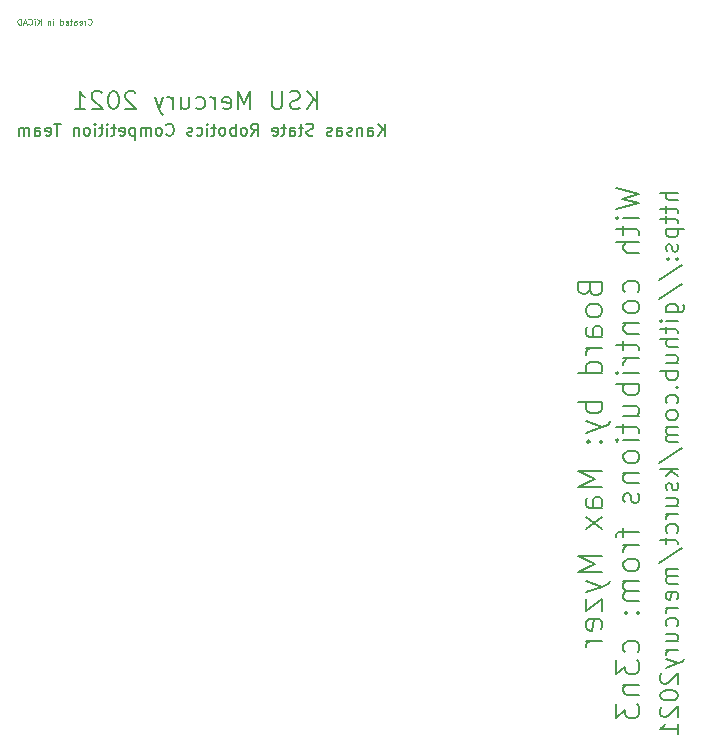
<source format=gbr>
%TF.GenerationSoftware,KiCad,Pcbnew,5.1.5+dfsg1-2build2*%
%TF.CreationDate,2021-04-16T14:35:20-05:00*%
%TF.ProjectId,Mercury 2021,4d657263-7572-4792-9032-3032312e6b69,rev?*%
%TF.SameCoordinates,Original*%
%TF.FileFunction,Legend,Bot*%
%TF.FilePolarity,Positive*%
%FSLAX46Y46*%
G04 Gerber Fmt 4.6, Leading zero omitted, Abs format (unit mm)*
G04 Created by KiCad (PCBNEW 5.1.5+dfsg1-2build2) date 2021-04-16 14:35:20*
%MOMM*%
%LPD*%
G04 APERTURE LIST*
%ADD10C,0.125000*%
%ADD11C,0.150000*%
G04 APERTURE END LIST*
D10*
X57417933Y-45390571D02*
X57441742Y-45414380D01*
X57513171Y-45438190D01*
X57560790Y-45438190D01*
X57632219Y-45414380D01*
X57679838Y-45366761D01*
X57703647Y-45319142D01*
X57727457Y-45223904D01*
X57727457Y-45152476D01*
X57703647Y-45057238D01*
X57679838Y-45009619D01*
X57632219Y-44962000D01*
X57560790Y-44938190D01*
X57513171Y-44938190D01*
X57441742Y-44962000D01*
X57417933Y-44985809D01*
X57203647Y-45438190D02*
X57203647Y-45104857D01*
X57203647Y-45200095D02*
X57179838Y-45152476D01*
X57156028Y-45128666D01*
X57108409Y-45104857D01*
X57060790Y-45104857D01*
X56703647Y-45414380D02*
X56751266Y-45438190D01*
X56846504Y-45438190D01*
X56894123Y-45414380D01*
X56917933Y-45366761D01*
X56917933Y-45176285D01*
X56894123Y-45128666D01*
X56846504Y-45104857D01*
X56751266Y-45104857D01*
X56703647Y-45128666D01*
X56679838Y-45176285D01*
X56679838Y-45223904D01*
X56917933Y-45271523D01*
X56251266Y-45438190D02*
X56251266Y-45176285D01*
X56275076Y-45128666D01*
X56322695Y-45104857D01*
X56417933Y-45104857D01*
X56465552Y-45128666D01*
X56251266Y-45414380D02*
X56298885Y-45438190D01*
X56417933Y-45438190D01*
X56465552Y-45414380D01*
X56489361Y-45366761D01*
X56489361Y-45319142D01*
X56465552Y-45271523D01*
X56417933Y-45247714D01*
X56298885Y-45247714D01*
X56251266Y-45223904D01*
X56084600Y-45104857D02*
X55894123Y-45104857D01*
X56013171Y-44938190D02*
X56013171Y-45366761D01*
X55989361Y-45414380D01*
X55941742Y-45438190D01*
X55894123Y-45438190D01*
X55536980Y-45414380D02*
X55584600Y-45438190D01*
X55679838Y-45438190D01*
X55727457Y-45414380D01*
X55751266Y-45366761D01*
X55751266Y-45176285D01*
X55727457Y-45128666D01*
X55679838Y-45104857D01*
X55584600Y-45104857D01*
X55536980Y-45128666D01*
X55513171Y-45176285D01*
X55513171Y-45223904D01*
X55751266Y-45271523D01*
X55084600Y-45438190D02*
X55084600Y-44938190D01*
X55084600Y-45414380D02*
X55132219Y-45438190D01*
X55227457Y-45438190D01*
X55275076Y-45414380D01*
X55298885Y-45390571D01*
X55322695Y-45342952D01*
X55322695Y-45200095D01*
X55298885Y-45152476D01*
X55275076Y-45128666D01*
X55227457Y-45104857D01*
X55132219Y-45104857D01*
X55084600Y-45128666D01*
X54465552Y-45438190D02*
X54465552Y-45104857D01*
X54465552Y-44938190D02*
X54489361Y-44962000D01*
X54465552Y-44985809D01*
X54441742Y-44962000D01*
X54465552Y-44938190D01*
X54465552Y-44985809D01*
X54227457Y-45104857D02*
X54227457Y-45438190D01*
X54227457Y-45152476D02*
X54203647Y-45128666D01*
X54156028Y-45104857D01*
X54084600Y-45104857D01*
X54036980Y-45128666D01*
X54013171Y-45176285D01*
X54013171Y-45438190D01*
X53394123Y-45438190D02*
X53394123Y-44938190D01*
X53108409Y-45438190D02*
X53322695Y-45152476D01*
X53108409Y-44938190D02*
X53394123Y-45223904D01*
X52894123Y-45438190D02*
X52894123Y-45104857D01*
X52894123Y-44938190D02*
X52917933Y-44962000D01*
X52894123Y-44985809D01*
X52870314Y-44962000D01*
X52894123Y-44938190D01*
X52894123Y-44985809D01*
X52370314Y-45390571D02*
X52394123Y-45414380D01*
X52465552Y-45438190D01*
X52513171Y-45438190D01*
X52584600Y-45414380D01*
X52632219Y-45366761D01*
X52656028Y-45319142D01*
X52679838Y-45223904D01*
X52679838Y-45152476D01*
X52656028Y-45057238D01*
X52632219Y-45009619D01*
X52584600Y-44962000D01*
X52513171Y-44938190D01*
X52465552Y-44938190D01*
X52394123Y-44962000D01*
X52370314Y-44985809D01*
X52179838Y-45295333D02*
X51941742Y-45295333D01*
X52227457Y-45438190D02*
X52060790Y-44938190D01*
X51894123Y-45438190D01*
X51727457Y-45438190D02*
X51727457Y-44938190D01*
X51608409Y-44938190D01*
X51536980Y-44962000D01*
X51489361Y-45009619D01*
X51465552Y-45057238D01*
X51441742Y-45152476D01*
X51441742Y-45223904D01*
X51465552Y-45319142D01*
X51489361Y-45366761D01*
X51536980Y-45414380D01*
X51608409Y-45438190D01*
X51727457Y-45438190D01*
D11*
X82532190Y-54833780D02*
X82532190Y-53833780D01*
X81960761Y-54833780D02*
X82389333Y-54262352D01*
X81960761Y-53833780D02*
X82532190Y-54405209D01*
X81103619Y-54833780D02*
X81103619Y-54309971D01*
X81151238Y-54214733D01*
X81246476Y-54167114D01*
X81436952Y-54167114D01*
X81532190Y-54214733D01*
X81103619Y-54786161D02*
X81198857Y-54833780D01*
X81436952Y-54833780D01*
X81532190Y-54786161D01*
X81579809Y-54690923D01*
X81579809Y-54595685D01*
X81532190Y-54500447D01*
X81436952Y-54452828D01*
X81198857Y-54452828D01*
X81103619Y-54405209D01*
X80627428Y-54167114D02*
X80627428Y-54833780D01*
X80627428Y-54262352D02*
X80579809Y-54214733D01*
X80484571Y-54167114D01*
X80341714Y-54167114D01*
X80246476Y-54214733D01*
X80198857Y-54309971D01*
X80198857Y-54833780D01*
X79770285Y-54786161D02*
X79675047Y-54833780D01*
X79484571Y-54833780D01*
X79389333Y-54786161D01*
X79341714Y-54690923D01*
X79341714Y-54643304D01*
X79389333Y-54548066D01*
X79484571Y-54500447D01*
X79627428Y-54500447D01*
X79722666Y-54452828D01*
X79770285Y-54357590D01*
X79770285Y-54309971D01*
X79722666Y-54214733D01*
X79627428Y-54167114D01*
X79484571Y-54167114D01*
X79389333Y-54214733D01*
X78484571Y-54833780D02*
X78484571Y-54309971D01*
X78532190Y-54214733D01*
X78627428Y-54167114D01*
X78817904Y-54167114D01*
X78913142Y-54214733D01*
X78484571Y-54786161D02*
X78579809Y-54833780D01*
X78817904Y-54833780D01*
X78913142Y-54786161D01*
X78960761Y-54690923D01*
X78960761Y-54595685D01*
X78913142Y-54500447D01*
X78817904Y-54452828D01*
X78579809Y-54452828D01*
X78484571Y-54405209D01*
X78056000Y-54786161D02*
X77960761Y-54833780D01*
X77770285Y-54833780D01*
X77675047Y-54786161D01*
X77627428Y-54690923D01*
X77627428Y-54643304D01*
X77675047Y-54548066D01*
X77770285Y-54500447D01*
X77913142Y-54500447D01*
X78008380Y-54452828D01*
X78056000Y-54357590D01*
X78056000Y-54309971D01*
X78008380Y-54214733D01*
X77913142Y-54167114D01*
X77770285Y-54167114D01*
X77675047Y-54214733D01*
X76484571Y-54786161D02*
X76341714Y-54833780D01*
X76103619Y-54833780D01*
X76008380Y-54786161D01*
X75960761Y-54738542D01*
X75913142Y-54643304D01*
X75913142Y-54548066D01*
X75960761Y-54452828D01*
X76008380Y-54405209D01*
X76103619Y-54357590D01*
X76294095Y-54309971D01*
X76389333Y-54262352D01*
X76436952Y-54214733D01*
X76484571Y-54119495D01*
X76484571Y-54024257D01*
X76436952Y-53929019D01*
X76389333Y-53881400D01*
X76294095Y-53833780D01*
X76056000Y-53833780D01*
X75913142Y-53881400D01*
X75627428Y-54167114D02*
X75246476Y-54167114D01*
X75484571Y-53833780D02*
X75484571Y-54690923D01*
X75436952Y-54786161D01*
X75341714Y-54833780D01*
X75246476Y-54833780D01*
X74484571Y-54833780D02*
X74484571Y-54309971D01*
X74532190Y-54214733D01*
X74627428Y-54167114D01*
X74817904Y-54167114D01*
X74913142Y-54214733D01*
X74484571Y-54786161D02*
X74579809Y-54833780D01*
X74817904Y-54833780D01*
X74913142Y-54786161D01*
X74960761Y-54690923D01*
X74960761Y-54595685D01*
X74913142Y-54500447D01*
X74817904Y-54452828D01*
X74579809Y-54452828D01*
X74484571Y-54405209D01*
X74151238Y-54167114D02*
X73770285Y-54167114D01*
X74008380Y-53833780D02*
X74008380Y-54690923D01*
X73960761Y-54786161D01*
X73865523Y-54833780D01*
X73770285Y-54833780D01*
X73056000Y-54786161D02*
X73151238Y-54833780D01*
X73341714Y-54833780D01*
X73436952Y-54786161D01*
X73484571Y-54690923D01*
X73484571Y-54309971D01*
X73436952Y-54214733D01*
X73341714Y-54167114D01*
X73151238Y-54167114D01*
X73056000Y-54214733D01*
X73008380Y-54309971D01*
X73008380Y-54405209D01*
X73484571Y-54500447D01*
X71246476Y-54833780D02*
X71579809Y-54357590D01*
X71817904Y-54833780D02*
X71817904Y-53833780D01*
X71436952Y-53833780D01*
X71341714Y-53881400D01*
X71294095Y-53929019D01*
X71246476Y-54024257D01*
X71246476Y-54167114D01*
X71294095Y-54262352D01*
X71341714Y-54309971D01*
X71436952Y-54357590D01*
X71817904Y-54357590D01*
X70675047Y-54833780D02*
X70770285Y-54786161D01*
X70817904Y-54738542D01*
X70865523Y-54643304D01*
X70865523Y-54357590D01*
X70817904Y-54262352D01*
X70770285Y-54214733D01*
X70675047Y-54167114D01*
X70532190Y-54167114D01*
X70436952Y-54214733D01*
X70389333Y-54262352D01*
X70341714Y-54357590D01*
X70341714Y-54643304D01*
X70389333Y-54738542D01*
X70436952Y-54786161D01*
X70532190Y-54833780D01*
X70675047Y-54833780D01*
X69913142Y-54833780D02*
X69913142Y-53833780D01*
X69913142Y-54214733D02*
X69817904Y-54167114D01*
X69627428Y-54167114D01*
X69532190Y-54214733D01*
X69484571Y-54262352D01*
X69436952Y-54357590D01*
X69436952Y-54643304D01*
X69484571Y-54738542D01*
X69532190Y-54786161D01*
X69627428Y-54833780D01*
X69817904Y-54833780D01*
X69913142Y-54786161D01*
X68865523Y-54833780D02*
X68960761Y-54786161D01*
X69008380Y-54738542D01*
X69056000Y-54643304D01*
X69056000Y-54357590D01*
X69008380Y-54262352D01*
X68960761Y-54214733D01*
X68865523Y-54167114D01*
X68722666Y-54167114D01*
X68627428Y-54214733D01*
X68579809Y-54262352D01*
X68532190Y-54357590D01*
X68532190Y-54643304D01*
X68579809Y-54738542D01*
X68627428Y-54786161D01*
X68722666Y-54833780D01*
X68865523Y-54833780D01*
X68246476Y-54167114D02*
X67865523Y-54167114D01*
X68103619Y-53833780D02*
X68103619Y-54690923D01*
X68056000Y-54786161D01*
X67960761Y-54833780D01*
X67865523Y-54833780D01*
X67532190Y-54833780D02*
X67532190Y-54167114D01*
X67532190Y-53833780D02*
X67579809Y-53881400D01*
X67532190Y-53929019D01*
X67484571Y-53881400D01*
X67532190Y-53833780D01*
X67532190Y-53929019D01*
X66627428Y-54786161D02*
X66722666Y-54833780D01*
X66913142Y-54833780D01*
X67008380Y-54786161D01*
X67056000Y-54738542D01*
X67103619Y-54643304D01*
X67103619Y-54357590D01*
X67056000Y-54262352D01*
X67008380Y-54214733D01*
X66913142Y-54167114D01*
X66722666Y-54167114D01*
X66627428Y-54214733D01*
X66246476Y-54786161D02*
X66151238Y-54833780D01*
X65960761Y-54833780D01*
X65865523Y-54786161D01*
X65817904Y-54690923D01*
X65817904Y-54643304D01*
X65865523Y-54548066D01*
X65960761Y-54500447D01*
X66103619Y-54500447D01*
X66198857Y-54452828D01*
X66246476Y-54357590D01*
X66246476Y-54309971D01*
X66198857Y-54214733D01*
X66103619Y-54167114D01*
X65960761Y-54167114D01*
X65865523Y-54214733D01*
X64056000Y-54738542D02*
X64103619Y-54786161D01*
X64246476Y-54833780D01*
X64341714Y-54833780D01*
X64484571Y-54786161D01*
X64579809Y-54690923D01*
X64627428Y-54595685D01*
X64675047Y-54405209D01*
X64675047Y-54262352D01*
X64627428Y-54071876D01*
X64579809Y-53976638D01*
X64484571Y-53881400D01*
X64341714Y-53833780D01*
X64246476Y-53833780D01*
X64103619Y-53881400D01*
X64056000Y-53929019D01*
X63484571Y-54833780D02*
X63579809Y-54786161D01*
X63627428Y-54738542D01*
X63675047Y-54643304D01*
X63675047Y-54357590D01*
X63627428Y-54262352D01*
X63579809Y-54214733D01*
X63484571Y-54167114D01*
X63341714Y-54167114D01*
X63246476Y-54214733D01*
X63198857Y-54262352D01*
X63151238Y-54357590D01*
X63151238Y-54643304D01*
X63198857Y-54738542D01*
X63246476Y-54786161D01*
X63341714Y-54833780D01*
X63484571Y-54833780D01*
X62722666Y-54833780D02*
X62722666Y-54167114D01*
X62722666Y-54262352D02*
X62675047Y-54214733D01*
X62579809Y-54167114D01*
X62436952Y-54167114D01*
X62341714Y-54214733D01*
X62294095Y-54309971D01*
X62294095Y-54833780D01*
X62294095Y-54309971D02*
X62246476Y-54214733D01*
X62151238Y-54167114D01*
X62008380Y-54167114D01*
X61913142Y-54214733D01*
X61865523Y-54309971D01*
X61865523Y-54833780D01*
X61389333Y-54167114D02*
X61389333Y-55167114D01*
X61389333Y-54214733D02*
X61294095Y-54167114D01*
X61103619Y-54167114D01*
X61008380Y-54214733D01*
X60960761Y-54262352D01*
X60913142Y-54357590D01*
X60913142Y-54643304D01*
X60960761Y-54738542D01*
X61008380Y-54786161D01*
X61103619Y-54833780D01*
X61294095Y-54833780D01*
X61389333Y-54786161D01*
X60103619Y-54786161D02*
X60198857Y-54833780D01*
X60389333Y-54833780D01*
X60484571Y-54786161D01*
X60532190Y-54690923D01*
X60532190Y-54309971D01*
X60484571Y-54214733D01*
X60389333Y-54167114D01*
X60198857Y-54167114D01*
X60103619Y-54214733D01*
X60056000Y-54309971D01*
X60056000Y-54405209D01*
X60532190Y-54500447D01*
X59770285Y-54167114D02*
X59389333Y-54167114D01*
X59627428Y-53833780D02*
X59627428Y-54690923D01*
X59579809Y-54786161D01*
X59484571Y-54833780D01*
X59389333Y-54833780D01*
X59056000Y-54833780D02*
X59056000Y-54167114D01*
X59056000Y-53833780D02*
X59103619Y-53881400D01*
X59056000Y-53929019D01*
X59008380Y-53881400D01*
X59056000Y-53833780D01*
X59056000Y-53929019D01*
X58722666Y-54167114D02*
X58341714Y-54167114D01*
X58579809Y-53833780D02*
X58579809Y-54690923D01*
X58532190Y-54786161D01*
X58436952Y-54833780D01*
X58341714Y-54833780D01*
X58008380Y-54833780D02*
X58008380Y-54167114D01*
X58008380Y-53833780D02*
X58056000Y-53881400D01*
X58008380Y-53929019D01*
X57960761Y-53881400D01*
X58008380Y-53833780D01*
X58008380Y-53929019D01*
X57389333Y-54833780D02*
X57484571Y-54786161D01*
X57532190Y-54738542D01*
X57579809Y-54643304D01*
X57579809Y-54357590D01*
X57532190Y-54262352D01*
X57484571Y-54214733D01*
X57389333Y-54167114D01*
X57246476Y-54167114D01*
X57151238Y-54214733D01*
X57103619Y-54262352D01*
X57056000Y-54357590D01*
X57056000Y-54643304D01*
X57103619Y-54738542D01*
X57151238Y-54786161D01*
X57246476Y-54833780D01*
X57389333Y-54833780D01*
X56627428Y-54167114D02*
X56627428Y-54833780D01*
X56627428Y-54262352D02*
X56579809Y-54214733D01*
X56484571Y-54167114D01*
X56341714Y-54167114D01*
X56246476Y-54214733D01*
X56198857Y-54309971D01*
X56198857Y-54833780D01*
X55103619Y-53833780D02*
X54532190Y-53833780D01*
X54817904Y-54833780D02*
X54817904Y-53833780D01*
X53817904Y-54786161D02*
X53913142Y-54833780D01*
X54103619Y-54833780D01*
X54198857Y-54786161D01*
X54246476Y-54690923D01*
X54246476Y-54309971D01*
X54198857Y-54214733D01*
X54103619Y-54167114D01*
X53913142Y-54167114D01*
X53817904Y-54214733D01*
X53770285Y-54309971D01*
X53770285Y-54405209D01*
X54246476Y-54500447D01*
X52913142Y-54833780D02*
X52913142Y-54309971D01*
X52960761Y-54214733D01*
X53056000Y-54167114D01*
X53246476Y-54167114D01*
X53341714Y-54214733D01*
X52913142Y-54786161D02*
X53008380Y-54833780D01*
X53246476Y-54833780D01*
X53341714Y-54786161D01*
X53389333Y-54690923D01*
X53389333Y-54595685D01*
X53341714Y-54500447D01*
X53246476Y-54452828D01*
X53008380Y-54452828D01*
X52913142Y-54405209D01*
X52436952Y-54833780D02*
X52436952Y-54167114D01*
X52436952Y-54262352D02*
X52389333Y-54214733D01*
X52294095Y-54167114D01*
X52151238Y-54167114D01*
X52056000Y-54214733D01*
X52008380Y-54309971D01*
X52008380Y-54833780D01*
X52008380Y-54309971D02*
X51960761Y-54214733D01*
X51865523Y-54167114D01*
X51722666Y-54167114D01*
X51627428Y-54214733D01*
X51579809Y-54309971D01*
X51579809Y-54833780D01*
X76787685Y-52596171D02*
X76787685Y-51096171D01*
X75930542Y-52596171D02*
X76573400Y-51739028D01*
X75930542Y-51096171D02*
X76787685Y-51953314D01*
X75359114Y-52524742D02*
X75144828Y-52596171D01*
X74787685Y-52596171D01*
X74644828Y-52524742D01*
X74573400Y-52453314D01*
X74501971Y-52310457D01*
X74501971Y-52167600D01*
X74573400Y-52024742D01*
X74644828Y-51953314D01*
X74787685Y-51881885D01*
X75073400Y-51810457D01*
X75216257Y-51739028D01*
X75287685Y-51667600D01*
X75359114Y-51524742D01*
X75359114Y-51381885D01*
X75287685Y-51239028D01*
X75216257Y-51167600D01*
X75073400Y-51096171D01*
X74716257Y-51096171D01*
X74501971Y-51167600D01*
X73859114Y-51096171D02*
X73859114Y-52310457D01*
X73787685Y-52453314D01*
X73716257Y-52524742D01*
X73573400Y-52596171D01*
X73287685Y-52596171D01*
X73144828Y-52524742D01*
X73073400Y-52453314D01*
X73001971Y-52310457D01*
X73001971Y-51096171D01*
X71144828Y-52596171D02*
X71144828Y-51096171D01*
X70644828Y-52167600D01*
X70144828Y-51096171D01*
X70144828Y-52596171D01*
X68859114Y-52524742D02*
X69001971Y-52596171D01*
X69287685Y-52596171D01*
X69430542Y-52524742D01*
X69501971Y-52381885D01*
X69501971Y-51810457D01*
X69430542Y-51667600D01*
X69287685Y-51596171D01*
X69001971Y-51596171D01*
X68859114Y-51667600D01*
X68787685Y-51810457D01*
X68787685Y-51953314D01*
X69501971Y-52096171D01*
X68144828Y-52596171D02*
X68144828Y-51596171D01*
X68144828Y-51881885D02*
X68073400Y-51739028D01*
X68001971Y-51667600D01*
X67859114Y-51596171D01*
X67716257Y-51596171D01*
X66573400Y-52524742D02*
X66716257Y-52596171D01*
X67001971Y-52596171D01*
X67144828Y-52524742D01*
X67216257Y-52453314D01*
X67287685Y-52310457D01*
X67287685Y-51881885D01*
X67216257Y-51739028D01*
X67144828Y-51667600D01*
X67001971Y-51596171D01*
X66716257Y-51596171D01*
X66573400Y-51667600D01*
X65287685Y-51596171D02*
X65287685Y-52596171D01*
X65930542Y-51596171D02*
X65930542Y-52381885D01*
X65859114Y-52524742D01*
X65716257Y-52596171D01*
X65501971Y-52596171D01*
X65359114Y-52524742D01*
X65287685Y-52453314D01*
X64573400Y-52596171D02*
X64573400Y-51596171D01*
X64573400Y-51881885D02*
X64501971Y-51739028D01*
X64430542Y-51667600D01*
X64287685Y-51596171D01*
X64144828Y-51596171D01*
X63787685Y-51596171D02*
X63430542Y-52596171D01*
X63073400Y-51596171D02*
X63430542Y-52596171D01*
X63573400Y-52953314D01*
X63644828Y-53024742D01*
X63787685Y-53096171D01*
X61430542Y-51239028D02*
X61359114Y-51167600D01*
X61216257Y-51096171D01*
X60859114Y-51096171D01*
X60716257Y-51167600D01*
X60644828Y-51239028D01*
X60573400Y-51381885D01*
X60573400Y-51524742D01*
X60644828Y-51739028D01*
X61501971Y-52596171D01*
X60573400Y-52596171D01*
X59644828Y-51096171D02*
X59501971Y-51096171D01*
X59359114Y-51167600D01*
X59287685Y-51239028D01*
X59216257Y-51381885D01*
X59144828Y-51667600D01*
X59144828Y-52024742D01*
X59216257Y-52310457D01*
X59287685Y-52453314D01*
X59359114Y-52524742D01*
X59501971Y-52596171D01*
X59644828Y-52596171D01*
X59787685Y-52524742D01*
X59859114Y-52453314D01*
X59930542Y-52310457D01*
X60001971Y-52024742D01*
X60001971Y-51667600D01*
X59930542Y-51381885D01*
X59859114Y-51239028D01*
X59787685Y-51167600D01*
X59644828Y-51096171D01*
X58573400Y-51239028D02*
X58501971Y-51167600D01*
X58359114Y-51096171D01*
X58001971Y-51096171D01*
X57859114Y-51167600D01*
X57787685Y-51239028D01*
X57716257Y-51381885D01*
X57716257Y-51524742D01*
X57787685Y-51739028D01*
X58644828Y-52596171D01*
X57716257Y-52596171D01*
X56287685Y-52596171D02*
X57144828Y-52596171D01*
X56716257Y-52596171D02*
X56716257Y-51096171D01*
X56859114Y-51310457D01*
X57001971Y-51453314D01*
X57144828Y-51524742D01*
X107358571Y-59657142D02*
X105858571Y-59657142D01*
X107358571Y-60299999D02*
X106572857Y-60299999D01*
X106430000Y-60228571D01*
X106358571Y-60085714D01*
X106358571Y-59871428D01*
X106430000Y-59728571D01*
X106501428Y-59657142D01*
X106358571Y-60799999D02*
X106358571Y-61371428D01*
X105858571Y-61014285D02*
X107144285Y-61014285D01*
X107287142Y-61085714D01*
X107358571Y-61228571D01*
X107358571Y-61371428D01*
X106358571Y-61657142D02*
X106358571Y-62228571D01*
X105858571Y-61871428D02*
X107144285Y-61871428D01*
X107287142Y-61942857D01*
X107358571Y-62085714D01*
X107358571Y-62228571D01*
X106358571Y-62728571D02*
X107858571Y-62728571D01*
X106430000Y-62728571D02*
X106358571Y-62871428D01*
X106358571Y-63157142D01*
X106430000Y-63299999D01*
X106501428Y-63371428D01*
X106644285Y-63442857D01*
X107072857Y-63442857D01*
X107215714Y-63371428D01*
X107287142Y-63299999D01*
X107358571Y-63157142D01*
X107358571Y-62871428D01*
X107287142Y-62728571D01*
X107287142Y-64014285D02*
X107358571Y-64157142D01*
X107358571Y-64442857D01*
X107287142Y-64585714D01*
X107144285Y-64657142D01*
X107072857Y-64657142D01*
X106930000Y-64585714D01*
X106858571Y-64442857D01*
X106858571Y-64228571D01*
X106787142Y-64085714D01*
X106644285Y-64014285D01*
X106572857Y-64014285D01*
X106430000Y-64085714D01*
X106358571Y-64228571D01*
X106358571Y-64442857D01*
X106430000Y-64585714D01*
X107215714Y-65300000D02*
X107287142Y-65371428D01*
X107358571Y-65300000D01*
X107287142Y-65228571D01*
X107215714Y-65300000D01*
X107358571Y-65300000D01*
X106430000Y-65300000D02*
X106501428Y-65371428D01*
X106572857Y-65300000D01*
X106501428Y-65228571D01*
X106430000Y-65300000D01*
X106572857Y-65300000D01*
X105787142Y-67085714D02*
X107715714Y-65800000D01*
X105787142Y-68657142D02*
X107715714Y-67371428D01*
X106358571Y-69800000D02*
X107572857Y-69800000D01*
X107715714Y-69728571D01*
X107787142Y-69657142D01*
X107858571Y-69514285D01*
X107858571Y-69300000D01*
X107787142Y-69157142D01*
X107287142Y-69800000D02*
X107358571Y-69657142D01*
X107358571Y-69371428D01*
X107287142Y-69228571D01*
X107215714Y-69157142D01*
X107072857Y-69085714D01*
X106644285Y-69085714D01*
X106501428Y-69157142D01*
X106430000Y-69228571D01*
X106358571Y-69371428D01*
X106358571Y-69657142D01*
X106430000Y-69800000D01*
X107358571Y-70514285D02*
X106358571Y-70514285D01*
X105858571Y-70514285D02*
X105930000Y-70442857D01*
X106001428Y-70514285D01*
X105930000Y-70585714D01*
X105858571Y-70514285D01*
X106001428Y-70514285D01*
X106358571Y-71014285D02*
X106358571Y-71585714D01*
X105858571Y-71228571D02*
X107144285Y-71228571D01*
X107287142Y-71300000D01*
X107358571Y-71442857D01*
X107358571Y-71585714D01*
X107358571Y-72085714D02*
X105858571Y-72085714D01*
X107358571Y-72728571D02*
X106572857Y-72728571D01*
X106430000Y-72657142D01*
X106358571Y-72514285D01*
X106358571Y-72300000D01*
X106430000Y-72157142D01*
X106501428Y-72085714D01*
X106358571Y-74085714D02*
X107358571Y-74085714D01*
X106358571Y-73442857D02*
X107144285Y-73442857D01*
X107287142Y-73514285D01*
X107358571Y-73657142D01*
X107358571Y-73871428D01*
X107287142Y-74014285D01*
X107215714Y-74085714D01*
X107358571Y-74800000D02*
X105858571Y-74800000D01*
X106430000Y-74800000D02*
X106358571Y-74942857D01*
X106358571Y-75228571D01*
X106430000Y-75371428D01*
X106501428Y-75442857D01*
X106644285Y-75514285D01*
X107072857Y-75514285D01*
X107215714Y-75442857D01*
X107287142Y-75371428D01*
X107358571Y-75228571D01*
X107358571Y-74942857D01*
X107287142Y-74800000D01*
X107215714Y-76157142D02*
X107287142Y-76228571D01*
X107358571Y-76157142D01*
X107287142Y-76085714D01*
X107215714Y-76157142D01*
X107358571Y-76157142D01*
X107287142Y-77514285D02*
X107358571Y-77371428D01*
X107358571Y-77085714D01*
X107287142Y-76942857D01*
X107215714Y-76871428D01*
X107072857Y-76800000D01*
X106644285Y-76800000D01*
X106501428Y-76871428D01*
X106430000Y-76942857D01*
X106358571Y-77085714D01*
X106358571Y-77371428D01*
X106430000Y-77514285D01*
X107358571Y-78371428D02*
X107287142Y-78228571D01*
X107215714Y-78157142D01*
X107072857Y-78085714D01*
X106644285Y-78085714D01*
X106501428Y-78157142D01*
X106430000Y-78228571D01*
X106358571Y-78371428D01*
X106358571Y-78585714D01*
X106430000Y-78728571D01*
X106501428Y-78800000D01*
X106644285Y-78871428D01*
X107072857Y-78871428D01*
X107215714Y-78800000D01*
X107287142Y-78728571D01*
X107358571Y-78585714D01*
X107358571Y-78371428D01*
X107358571Y-79514285D02*
X106358571Y-79514285D01*
X106501428Y-79514285D02*
X106430000Y-79585714D01*
X106358571Y-79728571D01*
X106358571Y-79942857D01*
X106430000Y-80085714D01*
X106572857Y-80157142D01*
X107358571Y-80157142D01*
X106572857Y-80157142D02*
X106430000Y-80228571D01*
X106358571Y-80371428D01*
X106358571Y-80585714D01*
X106430000Y-80728571D01*
X106572857Y-80800000D01*
X107358571Y-80800000D01*
X105787142Y-82585714D02*
X107715714Y-81300000D01*
X107358571Y-83085714D02*
X105858571Y-83085714D01*
X106787142Y-83228571D02*
X107358571Y-83657142D01*
X106358571Y-83657142D02*
X106930000Y-83085714D01*
X107287142Y-84228571D02*
X107358571Y-84371428D01*
X107358571Y-84657142D01*
X107287142Y-84800000D01*
X107144285Y-84871428D01*
X107072857Y-84871428D01*
X106930000Y-84800000D01*
X106858571Y-84657142D01*
X106858571Y-84442857D01*
X106787142Y-84300000D01*
X106644285Y-84228571D01*
X106572857Y-84228571D01*
X106430000Y-84300000D01*
X106358571Y-84442857D01*
X106358571Y-84657142D01*
X106430000Y-84800000D01*
X106358571Y-86157142D02*
X107358571Y-86157142D01*
X106358571Y-85514285D02*
X107144285Y-85514285D01*
X107287142Y-85585714D01*
X107358571Y-85728571D01*
X107358571Y-85942857D01*
X107287142Y-86085714D01*
X107215714Y-86157142D01*
X107358571Y-86871428D02*
X106358571Y-86871428D01*
X106644285Y-86871428D02*
X106501428Y-86942857D01*
X106430000Y-87014285D01*
X106358571Y-87157142D01*
X106358571Y-87300000D01*
X107287142Y-88442857D02*
X107358571Y-88300000D01*
X107358571Y-88014285D01*
X107287142Y-87871428D01*
X107215714Y-87800000D01*
X107072857Y-87728571D01*
X106644285Y-87728571D01*
X106501428Y-87800000D01*
X106430000Y-87871428D01*
X106358571Y-88014285D01*
X106358571Y-88300000D01*
X106430000Y-88442857D01*
X106358571Y-88871428D02*
X106358571Y-89442857D01*
X105858571Y-89085714D02*
X107144285Y-89085714D01*
X107287142Y-89157142D01*
X107358571Y-89300000D01*
X107358571Y-89442857D01*
X105787142Y-91014285D02*
X107715714Y-89728571D01*
X107358571Y-91514285D02*
X106358571Y-91514285D01*
X106501428Y-91514285D02*
X106430000Y-91585714D01*
X106358571Y-91728571D01*
X106358571Y-91942857D01*
X106430000Y-92085714D01*
X106572857Y-92157142D01*
X107358571Y-92157142D01*
X106572857Y-92157142D02*
X106430000Y-92228571D01*
X106358571Y-92371428D01*
X106358571Y-92585714D01*
X106430000Y-92728571D01*
X106572857Y-92800000D01*
X107358571Y-92800000D01*
X107287142Y-94085714D02*
X107358571Y-93942857D01*
X107358571Y-93657142D01*
X107287142Y-93514285D01*
X107144285Y-93442857D01*
X106572857Y-93442857D01*
X106430000Y-93514285D01*
X106358571Y-93657142D01*
X106358571Y-93942857D01*
X106430000Y-94085714D01*
X106572857Y-94157142D01*
X106715714Y-94157142D01*
X106858571Y-93442857D01*
X107358571Y-94800000D02*
X106358571Y-94800000D01*
X106644285Y-94800000D02*
X106501428Y-94871428D01*
X106430000Y-94942857D01*
X106358571Y-95085714D01*
X106358571Y-95228571D01*
X107287142Y-96371428D02*
X107358571Y-96228571D01*
X107358571Y-95942857D01*
X107287142Y-95800000D01*
X107215714Y-95728571D01*
X107072857Y-95657142D01*
X106644285Y-95657142D01*
X106501428Y-95728571D01*
X106430000Y-95800000D01*
X106358571Y-95942857D01*
X106358571Y-96228571D01*
X106430000Y-96371428D01*
X106358571Y-97657142D02*
X107358571Y-97657142D01*
X106358571Y-97014285D02*
X107144285Y-97014285D01*
X107287142Y-97085714D01*
X107358571Y-97228571D01*
X107358571Y-97442857D01*
X107287142Y-97585714D01*
X107215714Y-97657142D01*
X107358571Y-98371428D02*
X106358571Y-98371428D01*
X106644285Y-98371428D02*
X106501428Y-98442857D01*
X106430000Y-98514285D01*
X106358571Y-98657142D01*
X106358571Y-98800000D01*
X106358571Y-99157142D02*
X107358571Y-99514285D01*
X106358571Y-99871428D02*
X107358571Y-99514285D01*
X107715714Y-99371428D01*
X107787142Y-99300000D01*
X107858571Y-99157142D01*
X106001428Y-100371428D02*
X105930000Y-100442857D01*
X105858571Y-100585714D01*
X105858571Y-100942857D01*
X105930000Y-101085714D01*
X106001428Y-101157142D01*
X106144285Y-101228571D01*
X106287142Y-101228571D01*
X106501428Y-101157142D01*
X107358571Y-100300000D01*
X107358571Y-101228571D01*
X105858571Y-102157142D02*
X105858571Y-102300000D01*
X105930000Y-102442857D01*
X106001428Y-102514285D01*
X106144285Y-102585714D01*
X106430000Y-102657142D01*
X106787142Y-102657142D01*
X107072857Y-102585714D01*
X107215714Y-102514285D01*
X107287142Y-102442857D01*
X107358571Y-102300000D01*
X107358571Y-102157142D01*
X107287142Y-102014285D01*
X107215714Y-101942857D01*
X107072857Y-101871428D01*
X106787142Y-101800000D01*
X106430000Y-101800000D01*
X106144285Y-101871428D01*
X106001428Y-101942857D01*
X105930000Y-102014285D01*
X105858571Y-102157142D01*
X106001428Y-103228571D02*
X105930000Y-103300000D01*
X105858571Y-103442857D01*
X105858571Y-103800000D01*
X105930000Y-103942857D01*
X106001428Y-104014285D01*
X106144285Y-104085714D01*
X106287142Y-104085714D01*
X106501428Y-104014285D01*
X107358571Y-103157142D01*
X107358571Y-104085714D01*
X107358571Y-105514285D02*
X107358571Y-104657142D01*
X107358571Y-105085714D02*
X105858571Y-105085714D01*
X106072857Y-104942857D01*
X106215714Y-104800000D01*
X106287142Y-104657142D01*
X99882142Y-67883333D02*
X99977380Y-68169047D01*
X100072619Y-68264285D01*
X100263095Y-68359523D01*
X100548809Y-68359523D01*
X100739285Y-68264285D01*
X100834523Y-68169047D01*
X100929761Y-67978571D01*
X100929761Y-67216666D01*
X98929761Y-67216666D01*
X98929761Y-67883333D01*
X99025000Y-68073809D01*
X99120238Y-68169047D01*
X99310714Y-68264285D01*
X99501190Y-68264285D01*
X99691666Y-68169047D01*
X99786904Y-68073809D01*
X99882142Y-67883333D01*
X99882142Y-67216666D01*
X100929761Y-69502380D02*
X100834523Y-69311904D01*
X100739285Y-69216666D01*
X100548809Y-69121428D01*
X99977380Y-69121428D01*
X99786904Y-69216666D01*
X99691666Y-69311904D01*
X99596428Y-69502380D01*
X99596428Y-69788095D01*
X99691666Y-69978571D01*
X99786904Y-70073809D01*
X99977380Y-70169047D01*
X100548809Y-70169047D01*
X100739285Y-70073809D01*
X100834523Y-69978571D01*
X100929761Y-69788095D01*
X100929761Y-69502380D01*
X100929761Y-71883333D02*
X99882142Y-71883333D01*
X99691666Y-71788095D01*
X99596428Y-71597619D01*
X99596428Y-71216666D01*
X99691666Y-71026190D01*
X100834523Y-71883333D02*
X100929761Y-71692857D01*
X100929761Y-71216666D01*
X100834523Y-71026190D01*
X100644047Y-70930952D01*
X100453571Y-70930952D01*
X100263095Y-71026190D01*
X100167857Y-71216666D01*
X100167857Y-71692857D01*
X100072619Y-71883333D01*
X100929761Y-72835714D02*
X99596428Y-72835714D01*
X99977380Y-72835714D02*
X99786904Y-72930952D01*
X99691666Y-73026190D01*
X99596428Y-73216666D01*
X99596428Y-73407142D01*
X100929761Y-74930952D02*
X98929761Y-74930952D01*
X100834523Y-74930952D02*
X100929761Y-74740476D01*
X100929761Y-74359523D01*
X100834523Y-74169047D01*
X100739285Y-74073809D01*
X100548809Y-73978571D01*
X99977380Y-73978571D01*
X99786904Y-74073809D01*
X99691666Y-74169047D01*
X99596428Y-74359523D01*
X99596428Y-74740476D01*
X99691666Y-74930952D01*
X100929761Y-77407142D02*
X98929761Y-77407142D01*
X99691666Y-77407142D02*
X99596428Y-77597619D01*
X99596428Y-77978571D01*
X99691666Y-78169047D01*
X99786904Y-78264285D01*
X99977380Y-78359523D01*
X100548809Y-78359523D01*
X100739285Y-78264285D01*
X100834523Y-78169047D01*
X100929761Y-77978571D01*
X100929761Y-77597619D01*
X100834523Y-77407142D01*
X99596428Y-79026190D02*
X100929761Y-79502380D01*
X99596428Y-79978571D02*
X100929761Y-79502380D01*
X101405952Y-79311904D01*
X101501190Y-79216666D01*
X101596428Y-79026190D01*
X100739285Y-80740476D02*
X100834523Y-80835714D01*
X100929761Y-80740476D01*
X100834523Y-80645238D01*
X100739285Y-80740476D01*
X100929761Y-80740476D01*
X99691666Y-80740476D02*
X99786904Y-80835714D01*
X99882142Y-80740476D01*
X99786904Y-80645238D01*
X99691666Y-80740476D01*
X99882142Y-80740476D01*
X100929761Y-83216666D02*
X98929761Y-83216666D01*
X100358333Y-83883333D01*
X98929761Y-84549999D01*
X100929761Y-84549999D01*
X100929761Y-86359523D02*
X99882142Y-86359523D01*
X99691666Y-86264285D01*
X99596428Y-86073809D01*
X99596428Y-85692857D01*
X99691666Y-85502380D01*
X100834523Y-86359523D02*
X100929761Y-86169047D01*
X100929761Y-85692857D01*
X100834523Y-85502380D01*
X100644047Y-85407142D01*
X100453571Y-85407142D01*
X100263095Y-85502380D01*
X100167857Y-85692857D01*
X100167857Y-86169047D01*
X100072619Y-86359523D01*
X100929761Y-87121428D02*
X99596428Y-88169047D01*
X99596428Y-87121428D02*
X100929761Y-88169047D01*
X100929761Y-90454761D02*
X98929761Y-90454761D01*
X100358333Y-91121428D01*
X98929761Y-91788095D01*
X100929761Y-91788095D01*
X99596428Y-92549999D02*
X100929761Y-93026190D01*
X99596428Y-93502380D02*
X100929761Y-93026190D01*
X101405952Y-92835714D01*
X101501190Y-92740476D01*
X101596428Y-92549999D01*
X99596428Y-94073809D02*
X99596428Y-95121428D01*
X100929761Y-94073809D01*
X100929761Y-95121428D01*
X100834523Y-96645238D02*
X100929761Y-96454761D01*
X100929761Y-96073809D01*
X100834523Y-95883333D01*
X100644047Y-95788095D01*
X99882142Y-95788095D01*
X99691666Y-95883333D01*
X99596428Y-96073809D01*
X99596428Y-96454761D01*
X99691666Y-96645238D01*
X99882142Y-96740476D01*
X100072619Y-96740476D01*
X100263095Y-95788095D01*
X100929761Y-97597619D02*
X99596428Y-97597619D01*
X99977380Y-97597619D02*
X99786904Y-97692857D01*
X99691666Y-97788095D01*
X99596428Y-97978571D01*
X99596428Y-98169047D01*
X102079761Y-59311904D02*
X104079761Y-59788095D01*
X102651190Y-60169047D01*
X104079761Y-60550000D01*
X102079761Y-61026190D01*
X104079761Y-61788095D02*
X102746428Y-61788095D01*
X102079761Y-61788095D02*
X102175000Y-61692857D01*
X102270238Y-61788095D01*
X102175000Y-61883333D01*
X102079761Y-61788095D01*
X102270238Y-61788095D01*
X102746428Y-62454761D02*
X102746428Y-63216666D01*
X102079761Y-62740476D02*
X103794047Y-62740476D01*
X103984523Y-62835714D01*
X104079761Y-63026190D01*
X104079761Y-63216666D01*
X104079761Y-63883333D02*
X102079761Y-63883333D01*
X104079761Y-64740476D02*
X103032142Y-64740476D01*
X102841666Y-64645238D01*
X102746428Y-64454761D01*
X102746428Y-64169047D01*
X102841666Y-63978571D01*
X102936904Y-63883333D01*
X103984523Y-68073809D02*
X104079761Y-67883333D01*
X104079761Y-67502380D01*
X103984523Y-67311904D01*
X103889285Y-67216666D01*
X103698809Y-67121428D01*
X103127380Y-67121428D01*
X102936904Y-67216666D01*
X102841666Y-67311904D01*
X102746428Y-67502380D01*
X102746428Y-67883333D01*
X102841666Y-68073809D01*
X104079761Y-69216666D02*
X103984523Y-69026190D01*
X103889285Y-68930952D01*
X103698809Y-68835714D01*
X103127380Y-68835714D01*
X102936904Y-68930952D01*
X102841666Y-69026190D01*
X102746428Y-69216666D01*
X102746428Y-69502380D01*
X102841666Y-69692857D01*
X102936904Y-69788095D01*
X103127380Y-69883333D01*
X103698809Y-69883333D01*
X103889285Y-69788095D01*
X103984523Y-69692857D01*
X104079761Y-69502380D01*
X104079761Y-69216666D01*
X102746428Y-70740476D02*
X104079761Y-70740476D01*
X102936904Y-70740476D02*
X102841666Y-70835714D01*
X102746428Y-71026190D01*
X102746428Y-71311904D01*
X102841666Y-71502380D01*
X103032142Y-71597619D01*
X104079761Y-71597619D01*
X102746428Y-72264285D02*
X102746428Y-73026190D01*
X102079761Y-72549999D02*
X103794047Y-72549999D01*
X103984523Y-72645238D01*
X104079761Y-72835714D01*
X104079761Y-73026190D01*
X104079761Y-73692857D02*
X102746428Y-73692857D01*
X103127380Y-73692857D02*
X102936904Y-73788095D01*
X102841666Y-73883333D01*
X102746428Y-74073809D01*
X102746428Y-74264285D01*
X104079761Y-74930952D02*
X102746428Y-74930952D01*
X102079761Y-74930952D02*
X102175000Y-74835714D01*
X102270238Y-74930952D01*
X102175000Y-75026190D01*
X102079761Y-74930952D01*
X102270238Y-74930952D01*
X104079761Y-75883333D02*
X102079761Y-75883333D01*
X102841666Y-75883333D02*
X102746428Y-76073809D01*
X102746428Y-76454761D01*
X102841666Y-76645238D01*
X102936904Y-76740476D01*
X103127380Y-76835714D01*
X103698809Y-76835714D01*
X103889285Y-76740476D01*
X103984523Y-76645238D01*
X104079761Y-76454761D01*
X104079761Y-76073809D01*
X103984523Y-75883333D01*
X102746428Y-78549999D02*
X104079761Y-78549999D01*
X102746428Y-77692857D02*
X103794047Y-77692857D01*
X103984523Y-77788095D01*
X104079761Y-77978571D01*
X104079761Y-78264285D01*
X103984523Y-78454761D01*
X103889285Y-78549999D01*
X102746428Y-79216666D02*
X102746428Y-79978571D01*
X102079761Y-79502380D02*
X103794047Y-79502380D01*
X103984523Y-79597619D01*
X104079761Y-79788095D01*
X104079761Y-79978571D01*
X104079761Y-80645238D02*
X102746428Y-80645238D01*
X102079761Y-80645238D02*
X102175000Y-80549999D01*
X102270238Y-80645238D01*
X102175000Y-80740476D01*
X102079761Y-80645238D01*
X102270238Y-80645238D01*
X104079761Y-81883333D02*
X103984523Y-81692857D01*
X103889285Y-81597619D01*
X103698809Y-81502380D01*
X103127380Y-81502380D01*
X102936904Y-81597619D01*
X102841666Y-81692857D01*
X102746428Y-81883333D01*
X102746428Y-82169047D01*
X102841666Y-82359523D01*
X102936904Y-82454761D01*
X103127380Y-82549999D01*
X103698809Y-82549999D01*
X103889285Y-82454761D01*
X103984523Y-82359523D01*
X104079761Y-82169047D01*
X104079761Y-81883333D01*
X102746428Y-83407142D02*
X104079761Y-83407142D01*
X102936904Y-83407142D02*
X102841666Y-83502380D01*
X102746428Y-83692857D01*
X102746428Y-83978571D01*
X102841666Y-84169047D01*
X103032142Y-84264285D01*
X104079761Y-84264285D01*
X103984523Y-85121428D02*
X104079761Y-85311904D01*
X104079761Y-85692857D01*
X103984523Y-85883333D01*
X103794047Y-85978571D01*
X103698809Y-85978571D01*
X103508333Y-85883333D01*
X103413095Y-85692857D01*
X103413095Y-85407142D01*
X103317857Y-85216666D01*
X103127380Y-85121428D01*
X103032142Y-85121428D01*
X102841666Y-85216666D01*
X102746428Y-85407142D01*
X102746428Y-85692857D01*
X102841666Y-85883333D01*
X102746428Y-88073809D02*
X102746428Y-88835714D01*
X104079761Y-88359523D02*
X102365476Y-88359523D01*
X102175000Y-88454761D01*
X102079761Y-88645238D01*
X102079761Y-88835714D01*
X104079761Y-89502380D02*
X102746428Y-89502380D01*
X103127380Y-89502380D02*
X102936904Y-89597619D01*
X102841666Y-89692857D01*
X102746428Y-89883333D01*
X102746428Y-90073809D01*
X104079761Y-91026190D02*
X103984523Y-90835714D01*
X103889285Y-90740476D01*
X103698809Y-90645238D01*
X103127380Y-90645238D01*
X102936904Y-90740476D01*
X102841666Y-90835714D01*
X102746428Y-91026190D01*
X102746428Y-91311904D01*
X102841666Y-91502380D01*
X102936904Y-91597619D01*
X103127380Y-91692857D01*
X103698809Y-91692857D01*
X103889285Y-91597619D01*
X103984523Y-91502380D01*
X104079761Y-91311904D01*
X104079761Y-91026190D01*
X104079761Y-92549999D02*
X102746428Y-92549999D01*
X102936904Y-92549999D02*
X102841666Y-92645238D01*
X102746428Y-92835714D01*
X102746428Y-93121428D01*
X102841666Y-93311904D01*
X103032142Y-93407142D01*
X104079761Y-93407142D01*
X103032142Y-93407142D02*
X102841666Y-93502380D01*
X102746428Y-93692857D01*
X102746428Y-93978571D01*
X102841666Y-94169047D01*
X103032142Y-94264285D01*
X104079761Y-94264285D01*
X103889285Y-95216666D02*
X103984523Y-95311904D01*
X104079761Y-95216666D01*
X103984523Y-95121428D01*
X103889285Y-95216666D01*
X104079761Y-95216666D01*
X102841666Y-95216666D02*
X102936904Y-95311904D01*
X103032142Y-95216666D01*
X102936904Y-95121428D01*
X102841666Y-95216666D01*
X103032142Y-95216666D01*
X103984523Y-98549999D02*
X104079761Y-98359523D01*
X104079761Y-97978571D01*
X103984523Y-97788095D01*
X103889285Y-97692857D01*
X103698809Y-97597619D01*
X103127380Y-97597619D01*
X102936904Y-97692857D01*
X102841666Y-97788095D01*
X102746428Y-97978571D01*
X102746428Y-98359523D01*
X102841666Y-98549999D01*
X102079761Y-99216666D02*
X102079761Y-100454761D01*
X102841666Y-99788095D01*
X102841666Y-100073809D01*
X102936904Y-100264285D01*
X103032142Y-100359523D01*
X103222619Y-100454761D01*
X103698809Y-100454761D01*
X103889285Y-100359523D01*
X103984523Y-100264285D01*
X104079761Y-100073809D01*
X104079761Y-99502380D01*
X103984523Y-99311904D01*
X103889285Y-99216666D01*
X102746428Y-101311904D02*
X104079761Y-101311904D01*
X102936904Y-101311904D02*
X102841666Y-101407142D01*
X102746428Y-101597619D01*
X102746428Y-101883333D01*
X102841666Y-102073809D01*
X103032142Y-102169047D01*
X104079761Y-102169047D01*
X102079761Y-102930952D02*
X102079761Y-104169047D01*
X102841666Y-103502380D01*
X102841666Y-103788095D01*
X102936904Y-103978571D01*
X103032142Y-104073809D01*
X103222619Y-104169047D01*
X103698809Y-104169047D01*
X103889285Y-104073809D01*
X103984523Y-103978571D01*
X104079761Y-103788095D01*
X104079761Y-103216666D01*
X103984523Y-103026190D01*
X103889285Y-102930952D01*
M02*

</source>
